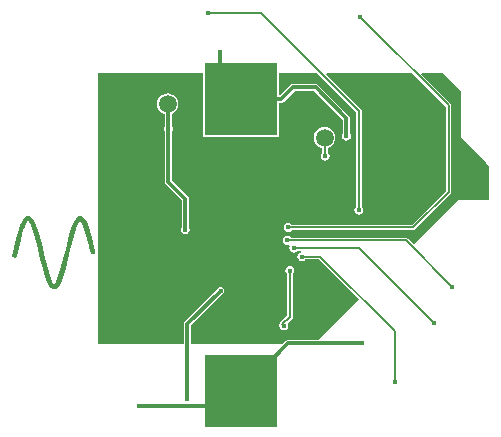
<source format=gbl>
%FSLAX44Y44*%
%MOMM*%
G71*
G01*
G75*
G04 Layer_Physical_Order=2*
G04 Layer_Color=16711680*
%ADD10R,0.6000X0.5000*%
%ADD11R,0.5000X0.6000*%
%ADD12R,0.5000X0.5000*%
%ADD13R,1.4000X1.2000*%
%ADD14R,0.2500X0.5000*%
%ADD15C,1.5000*%
%ADD16R,0.2500X0.4000*%
%ADD17R,0.4000X0.2500*%
%ADD18R,3.2000X3.2000*%
%ADD19R,0.5590X1.1940*%
%ADD20R,0.9000X1.3000*%
%ADD21R,0.6000X1.2000*%
%ADD22R,0.6000X2.0000*%
%ADD23C,4.0000*%
%ADD24C,0.2000*%
%ADD25C,0.1500*%
%ADD26C,0.3000*%
%ADD27C,0.5000*%
%ADD28C,0.4500*%
%ADD29R,6.0700X6.0700*%
G36*
X179250Y124250D02*
Y93750D01*
Y84750D01*
X201000Y63000D01*
X203500Y60500D01*
Y31750D01*
X177000D01*
X139372Y-5878D01*
X134372Y-878D01*
X133628Y-381D01*
X132750Y-206D01*
X35477D01*
X35204Y204D01*
X33963Y1032D01*
X32500Y1323D01*
X31037Y1032D01*
X29796Y204D01*
X28968Y-1037D01*
X28677Y-2500D01*
X28968Y-3963D01*
X29796Y-5204D01*
X31037Y-6032D01*
X32500Y-6323D01*
X33943Y-6036D01*
X34013Y-6085D01*
X34847Y-6970D01*
X34468Y-7537D01*
X34176Y-9000D01*
X34468Y-10463D01*
X35296Y-11703D01*
X36537Y-12532D01*
X38000Y-12823D01*
X39463Y-12532D01*
X40704Y-11703D01*
X40977Y-11294D01*
X43934D01*
X44059Y-12564D01*
X43287Y-12718D01*
X42046Y-13546D01*
X41218Y-14787D01*
X40927Y-16250D01*
X41218Y-17713D01*
X42046Y-18954D01*
X43287Y-19782D01*
X44750Y-20073D01*
X46213Y-19782D01*
X47454Y-18954D01*
X47727Y-18544D01*
X59300D01*
X93003Y-52247D01*
X58559Y-86691D01*
X33250D01*
X33250Y-86691D01*
X32080Y-86924D01*
X31087Y-87587D01*
X31087Y-87587D01*
X28174Y-90500D01*
X-49191D01*
Y-74517D01*
X-21837Y-47163D01*
X-21174Y-46171D01*
X-20941Y-45000D01*
X-21174Y-43829D01*
X-21837Y-42837D01*
X-22829Y-42174D01*
X-24000Y-41941D01*
X-25171Y-42174D01*
X-26163Y-42837D01*
X-54413Y-71087D01*
X-55076Y-72080D01*
X-55309Y-73250D01*
X-55309Y-73250D01*
Y-90500D01*
X-126602D01*
X-127500Y-89602D01*
X-127500Y-12957D01*
X-127597Y-9355D01*
X-127500Y-6500D01*
Y139500D01*
X-38600D01*
Y85000D01*
X25100D01*
Y113791D01*
X27100D01*
X27100Y113791D01*
X28271Y114024D01*
X29263Y114687D01*
X38517Y123941D01*
X55233D01*
X79441Y99733D01*
Y87922D01*
X78968Y87213D01*
X78677Y85750D01*
X78968Y84287D01*
X79796Y83046D01*
X81037Y82218D01*
X82500Y81927D01*
X83963Y82218D01*
X85204Y83046D01*
X86032Y84287D01*
X86323Y85750D01*
X86032Y87213D01*
X85559Y87922D01*
Y101000D01*
X85559Y101000D01*
X85326Y102171D01*
X84663Y103163D01*
X84663Y103163D01*
X58663Y129163D01*
X57670Y129826D01*
X56500Y130059D01*
X56500Y130059D01*
X37250D01*
X36079Y129826D01*
X35087Y129163D01*
X35087Y129163D01*
X26370Y120446D01*
X25100Y120972D01*
Y139500D01*
X57756D01*
X90706Y106550D01*
Y26227D01*
X90296Y25954D01*
X89468Y24713D01*
X89177Y23250D01*
X89468Y21787D01*
X90296Y20546D01*
X91537Y19718D01*
X93000Y19427D01*
X94463Y19718D01*
X95704Y20546D01*
X96532Y21787D01*
X96823Y23250D01*
X96532Y24713D01*
X95704Y25954D01*
X95294Y26227D01*
Y107500D01*
X95119Y108378D01*
X94622Y109122D01*
X65418Y138327D01*
X65904Y139500D01*
X138006D01*
X166706Y110800D01*
Y39200D01*
X138300Y10794D01*
X36227D01*
X35954Y11204D01*
X34713Y12032D01*
X33250Y12323D01*
X31787Y12032D01*
X30546Y11204D01*
X29718Y9963D01*
X29427Y8500D01*
X29718Y7037D01*
X30546Y5796D01*
X31787Y4968D01*
X33250Y4677D01*
X34713Y4968D01*
X35954Y5796D01*
X36227Y6206D01*
X139250D01*
X140128Y6381D01*
X140872Y6878D01*
X170622Y36628D01*
X171119Y37372D01*
X171294Y38250D01*
Y111750D01*
X171119Y112628D01*
X170622Y113372D01*
X145668Y138327D01*
X146154Y139500D01*
X164000D01*
X179250Y124250D01*
D02*
G37*
G36*
X-140557Y17467D02*
X-140550D01*
X-139712Y16705D01*
X-139697D01*
X-139097Y15985D01*
X-139077Y15965D01*
X-138139Y14509D01*
Y14492D01*
X-136710Y11508D01*
X-134655Y5571D01*
X-132983Y-338D01*
Y-354D01*
X-130247Y-11323D01*
X-130925Y-12442D01*
X-132712Y-12875D01*
X-134216Y-11954D01*
X-135349Y-7241D01*
X-136848Y-1372D01*
X-138475Y4398D01*
X-139391Y7247D01*
X-140409Y9972D01*
X-140996Y11299D01*
X-141538Y12361D01*
X-141610Y12501D01*
X-142137Y13325D01*
X-142199Y13423D01*
X-142199Y13423D01*
X-142199Y13423D01*
X-142201Y13425D01*
X-142201Y13425D01*
X-142287Y13555D01*
X-142303Y13578D01*
X-142303Y13579D01*
X-142303Y13579D01*
X-142303Y13579D01*
X-142303Y13579D01*
X-142303Y13579D01*
X-142305Y13581D01*
X-142305Y13582D01*
X-142305Y13582D01*
X-142306Y13583D01*
X-142404Y13696D01*
X-142411Y13704D01*
X-142430Y13726D01*
X-142430D01*
X-142522Y13832D01*
X-142526Y13837D01*
X-142548Y13863D01*
X-142549Y13863D01*
X-142574Y13893D01*
X-142576Y13895D01*
X-142583Y13902D01*
X-142583D01*
X-142587Y13907D01*
X-142615Y13939D01*
X-142617Y13942D01*
X-142626Y13952D01*
X-142626Y13952D01*
X-142626Y13953D01*
X-142630Y13957D01*
X-142630Y13957D01*
X-142631Y13958D01*
X-142632Y13959D01*
X-142637Y13965D01*
X-142637Y13965D01*
X-142639Y13967D01*
X-142639Y13967D01*
X-142641Y13969D01*
X-142641Y13970D01*
X-142642Y13971D01*
X-142643Y13972D01*
X-142643Y13972D01*
X-142643Y13973D01*
X-142643Y13973D01*
X-142644D01*
X-142645Y13974D01*
X-142653Y13982D01*
X-142653Y13982D01*
X-142656Y13985D01*
X-142656D01*
X-142658Y13987D01*
X-142666Y13995D01*
X-142670Y13999D01*
X-142670D01*
X-142671Y14000D01*
X-142674Y14003D01*
X-142675Y14003D01*
X-142676Y14005D01*
X-142676Y14005D01*
X-142678Y14008D01*
X-142680Y14009D01*
X-142680D01*
X-142690Y14019D01*
X-142719Y14048D01*
X-142731Y14060D01*
X-142743Y14072D01*
X-142766Y14095D01*
X-142769Y14098D01*
X-142786Y14115D01*
X-142793Y14122D01*
X-142806Y14135D01*
X-142817Y14146D01*
X-142818Y14147D01*
X-142827Y14156D01*
X-142827Y14156D01*
X-142828Y14158D01*
X-142831Y14160D01*
X-142832Y14161D01*
X-142843Y14172D01*
Y14172D01*
X-142845Y14174D01*
X-142848Y14177D01*
X-142848Y14177D01*
X-142848Y14177D01*
X-142850Y14179D01*
Y14179D01*
X-142850Y14179D01*
X-142851Y14180D01*
X-142863Y14192D01*
X-142864Y14193D01*
X-142865Y14194D01*
X-142866Y14195D01*
X-142868Y14197D01*
X-142873Y14202D01*
X-142879Y14208D01*
X-142880Y14209D01*
X-142886Y14215D01*
X-142891Y14220D01*
X-142897Y14226D01*
X-142897Y14226D01*
X-142905Y14234D01*
X-142906Y14235D01*
X-142907Y14236D01*
X-142908Y14237D01*
X-142913Y14242D01*
X-142918Y14247D01*
X-142918Y14247D01*
X-142919Y14248D01*
X-142925Y14254D01*
X-142925D01*
Y14254D01*
X-142925D01*
Y14254D01*
X-142927Y14255D01*
X-142928Y14257D01*
X-142928Y14258D01*
X-142937Y14266D01*
X-142937Y14266D01*
X-142938Y14267D01*
X-142945Y14274D01*
X-143219Y14110D01*
X-143219Y14110D01*
X-143219Y14109D01*
Y14108D01*
X-143219Y14106D01*
X-143219Y14105D01*
Y14091D01*
X-143219Y14090D01*
Y14090D01*
X-143219Y14090D01*
Y14079D01*
X-143219Y14078D01*
X-143219Y14077D01*
Y14067D01*
X-143219Y14066D01*
X-143219Y14065D01*
Y14065D01*
X-143219Y14064D01*
X-143219Y14064D01*
Y14063D01*
X-143219Y14063D01*
X-143219Y14062D01*
Y14062D01*
X-143219Y14062D01*
X-143219Y14061D01*
Y14061D01*
X-143219Y14060D01*
X-143219Y14060D01*
Y14059D01*
X-143219Y14058D01*
X-143219Y14058D01*
Y14057D01*
X-143219Y14057D01*
X-143220Y14056D01*
X-143220Y14056D01*
X-143221Y14056D01*
X-143221Y14055D01*
X-143222Y14054D01*
X-143223Y14053D01*
X-143226Y14049D01*
X-143226Y14049D01*
X-143227Y14047D01*
X-143228Y14047D01*
X-143228Y14046D01*
X-143228Y14046D01*
X-143228Y14046D01*
X-143230Y14044D01*
X-143231Y14042D01*
X-143236Y14036D01*
X-143236Y14036D01*
X-143236Y14035D01*
X-143238Y14034D01*
X-143238Y14033D01*
X-143239Y14032D01*
X-143239Y14032D01*
X-143241Y14030D01*
X-143243Y14027D01*
X-143250Y14018D01*
X-143250Y14018D01*
X-143250Y14018D01*
X-143253Y14014D01*
X-143256Y14011D01*
X-143257Y14009D01*
X-143258Y14008D01*
X-143258Y14008D01*
X-143263Y14002D01*
X-143268Y13996D01*
X-143289Y13969D01*
X-143289Y13969D01*
X-143291Y13966D01*
X-143293Y13964D01*
X-143294Y13963D01*
X-143294Y13962D01*
X-143295Y13962D01*
X-143298Y13958D01*
X-143302Y13952D01*
X-143303Y13951D01*
X-143319Y13931D01*
X-143319Y13931D01*
X-143319Y13931D01*
X-143319Y13931D01*
X-143319Y13931D01*
X-143319Y13931D01*
X-143319Y13931D01*
X-143319Y13931D01*
X-143320Y13930D01*
X-143320D01*
X-143320Y13930D01*
X-143320Y13930D01*
X-143321Y13928D01*
X-143321Y13928D01*
X-143322Y13928D01*
X-143322Y13928D01*
X-143322Y13928D01*
X-143322Y13928D01*
X-143322Y13927D01*
X-143322Y13927D01*
X-143322Y13927D01*
X-143323Y13926D01*
X-143323Y13926D01*
X-143325Y13923D01*
X-143325Y13923D01*
X-143326Y13923D01*
X-143326Y13922D01*
X-143326Y13922D01*
X-143326Y13922D01*
X-143326Y13922D01*
X-143327Y13921D01*
X-143327Y13921D01*
X-143329Y13919D01*
X-143329Y13918D01*
X-143333Y13914D01*
X-143333Y13914D01*
X-143335Y13911D01*
X-143336Y13910D01*
X-143337Y13909D01*
X-143337Y13908D01*
X-143337Y13908D01*
X-143341Y13904D01*
X-143341Y13904D01*
X-143345Y13898D01*
X-143348Y13895D01*
X-143362Y13877D01*
X-143362Y13877D01*
X-143362Y13876D01*
X-143363Y13876D01*
X-143363Y13875D01*
X-143364Y13875D01*
X-143364Y13875D01*
X-143365Y13873D01*
X-143365Y13873D01*
X-143368Y13870D01*
X-143370Y13867D01*
X-143376Y13859D01*
X-143376Y13859D01*
X-143376Y13859D01*
X-143377Y13858D01*
X-143377Y13858D01*
X-143378Y13857D01*
X-143378Y13857D01*
X-143378Y13857D01*
X-143379Y13855D01*
X-143380Y13855D01*
X-143382Y13852D01*
X-143385Y13848D01*
X-143391Y13841D01*
X-143391Y13841D01*
X-143392Y13839D01*
X-143393Y13838D01*
X-143393Y13837D01*
X-143393Y13837D01*
X-143394Y13837D01*
X-143396Y13834D01*
X-143396Y13834D01*
X-143399Y13830D01*
X-143404Y13824D01*
X-143413Y13813D01*
X-143413Y13813D01*
X-143414Y13811D01*
X-143415Y13810D01*
X-143416Y13809D01*
X-143416Y13808D01*
X-143416Y13808D01*
X-143419Y13805D01*
X-143419Y13805D01*
X-143423Y13799D01*
X-143431Y13789D01*
X-143441Y13778D01*
X-143441Y13777D01*
X-143456Y13757D01*
X-143467Y13744D01*
X-143475Y13734D01*
X-143477Y13731D01*
X-143478Y13730D01*
X-143502Y13700D01*
X-143508Y13692D01*
X-143663Y13496D01*
X-143675Y13481D01*
X-143675Y13481D01*
X-143675Y13481D01*
X-143676Y13481D01*
X-143676Y13480D01*
Y13480D01*
X-143676Y13480D01*
X-143676Y13480D01*
X-143676Y13480D01*
X-143676Y13480D01*
X-143676Y13480D01*
X-143677Y13478D01*
X-143679Y13477D01*
X-143714Y13428D01*
X-143788Y13328D01*
X-143791Y13324D01*
X-143791Y13324D01*
X-144192Y12783D01*
X-145673Y9642D01*
X-146692Y6865D01*
X-148421Y1144D01*
X-151420Y-10595D01*
X-155076Y-25422D01*
X-157748Y-34330D01*
Y-34349D01*
X-159536Y-38758D01*
X-160364Y-40286D01*
Y-40303D01*
X-161431Y-41801D01*
Y-41814D01*
X-162138Y-42524D01*
X-163189Y-43242D01*
X-163197Y-43250D01*
X-164624Y-43671D01*
X-164643Y-43671D01*
X-165015Y-43629D01*
X-166181Y-43491D01*
X-166181Y-43491D01*
X-167301Y-42907D01*
X-168213Y-42045D01*
X-168238D01*
X-168979Y-41134D01*
X-169397Y-40586D01*
X-170272Y-39022D01*
X-170289D01*
X-171540Y-36152D01*
Y-36131D01*
X-173526Y-30201D01*
X-174795Y-25426D01*
X-176653Y-18353D01*
X-176678Y-18303D01*
X-179545Y-6479D01*
X-182722Y5161D01*
X-184708Y10686D01*
X-185961Y13090D01*
X-186152Y13350D01*
X-186248Y13481D01*
X-186248Y13481D01*
X-186255Y13491D01*
X-186313Y13562D01*
X-186330Y13583D01*
X-186339Y13595D01*
X-186341Y13598D01*
X-186341Y13598D01*
X-186345Y13602D01*
X-186348Y13606D01*
X-186348Y13606D01*
X-186348Y13607D01*
X-186349Y13607D01*
X-186349Y13607D01*
X-186357Y13618D01*
X-186363Y13625D01*
X-186364Y13626D01*
X-186365Y13628D01*
X-186366Y13629D01*
X-186366Y13629D01*
X-186375Y13640D01*
X-186375Y13640D01*
X-186382Y13648D01*
X-186383Y13649D01*
X-186384Y13652D01*
X-186385Y13652D01*
X-186385Y13652D01*
X-186387Y13655D01*
X-186387Y13655D01*
X-186388Y13656D01*
X-186388Y13656D01*
X-186388Y13656D01*
X-186388Y13656D01*
X-186437Y13718D01*
X-186454Y13738D01*
X-186458Y13744D01*
X-186468Y13757D01*
X-186471Y13760D01*
X-186472Y13761D01*
X-186506Y13803D01*
X-186518Y13819D01*
X-186532Y13837D01*
X-186532Y13837D01*
X-186543Y13850D01*
X-186544Y13851D01*
X-186548Y13857D01*
X-186550Y13858D01*
X-186553Y13862D01*
X-186554Y13863D01*
X-186554Y13863D01*
X-186582Y13899D01*
X-186592Y13911D01*
X-186595Y13915D01*
X-186603Y13925D01*
X-186606Y13929D01*
X-186606Y13929D01*
X-186626Y13953D01*
X-186632Y13961D01*
X-186635Y13964D01*
X-186641Y13972D01*
X-186643Y13975D01*
X-186643Y13975D01*
X-186653Y13988D01*
X-186656Y13991D01*
X-186658Y13993D01*
X-186661Y13998D01*
X-186662Y13999D01*
X-186897Y14208D01*
X-186908Y14217D01*
X-186917Y14225D01*
X-186941Y14247D01*
X-186959Y14262D01*
X-186964Y14267D01*
X-186967Y14270D01*
X-186979Y14281D01*
X-186988Y14274D01*
X-186991Y14271D01*
X-186993Y14270D01*
X-186993Y14270D01*
X-187015Y14252D01*
X-187019Y14249D01*
X-187020Y14248D01*
X-187021Y14247D01*
X-187027Y14242D01*
X-187048Y14226D01*
X-187054Y14220D01*
X-187059Y14217D01*
X-187062Y14214D01*
X-187124Y14165D01*
X-187149Y14145D01*
X-187163Y14134D01*
X-187197Y14106D01*
X-187218Y14083D01*
X-187225Y14076D01*
X-187230Y14070D01*
X-187235Y14065D01*
X-187248Y14051D01*
X-187288Y14007D01*
X-187298Y13996D01*
X-187301Y13993D01*
X-187304Y13989D01*
X-187308Y13985D01*
X-187335Y13956D01*
X-187364Y13924D01*
X-187373Y13914D01*
X-187381Y13905D01*
X-187391Y13894D01*
X-187480Y13798D01*
X-187480D01*
X-187482Y13796D01*
X-187483Y13794D01*
X-187487Y13790D01*
X-187487D01*
X-187493Y13784D01*
X-187500Y13778D01*
X-187501Y13776D01*
X-187502Y13775D01*
X-187503Y13774D01*
X-187506Y13771D01*
X-187512Y13765D01*
X-187514Y13764D01*
X-187515Y13762D01*
X-187516Y13761D01*
X-187521Y13754D01*
X-187526Y13746D01*
X-187532Y13736D01*
X-187532Y13736D01*
X-187532Y13736D01*
X-187533Y13735D01*
X-187534Y13733D01*
X-187539Y13726D01*
X-187546Y13715D01*
X-187552Y13706D01*
X-187552Y13706D01*
X-187553Y13705D01*
X-187554Y13704D01*
X-187557Y13699D01*
X-187563Y13691D01*
X-187566Y13685D01*
X-187566Y13685D01*
X-187569Y13681D01*
X-187573Y13676D01*
X-187588Y13652D01*
X-187631Y13587D01*
X-187631Y13587D01*
X-187635Y13581D01*
X-187640Y13575D01*
X-187693Y13495D01*
X-187722Y13451D01*
X-187722Y13451D01*
X-187813Y13322D01*
X-187813D01*
Y13322D01*
X-188210Y12758D01*
X-188826Y11552D01*
X-189946Y8928D01*
X-190940Y6128D01*
X-192236Y1830D01*
X-193406Y-2543D01*
X-196739Y-16086D01*
X-198254Y-17003D01*
X-200135Y-16535D01*
X-200716Y-15558D01*
X-197275Y-1541D01*
X-194737Y7367D01*
X-193699Y10332D01*
X-192487Y13226D01*
X-192469D01*
X-191632Y14820D01*
Y14836D01*
X-190633Y16259D01*
X-190590Y16345D01*
Y16349D01*
X-189907Y17059D01*
X-189867Y17088D01*
X-189853Y17097D01*
X-188863Y17772D01*
X-187603Y17797D01*
X-185209D01*
X-184625Y17518D01*
X-184596D01*
X-183771Y16793D01*
X-183757Y16780D01*
X-182600Y15275D01*
X-181057Y12293D01*
X-178902Y6360D01*
X-175677Y-5525D01*
X-172781Y-17363D01*
X-169706Y-29051D01*
X-167823Y-34674D01*
X-166676Y-37276D01*
X-166033Y-38432D01*
X-165765Y-38783D01*
Y-38783D01*
X-165765Y-38783D01*
X-165699Y-38869D01*
X-165699Y-38869D01*
X-165691Y-38879D01*
X-165681Y-38894D01*
X-165638Y-38951D01*
X-165632Y-38960D01*
X-165630Y-38962D01*
X-165628Y-38965D01*
X-165628Y-38965D01*
X-165627Y-38967D01*
X-165624Y-38971D01*
X-165624Y-38971D01*
X-165623Y-38972D01*
X-165623Y-38972D01*
X-165623Y-38972D01*
X-165617Y-38981D01*
X-165612Y-38988D01*
X-165611Y-38989D01*
X-165609Y-38990D01*
X-165609Y-38991D01*
X-165609Y-38991D01*
X-165609Y-38991D01*
X-165602Y-39000D01*
X-165600Y-39003D01*
X-165596Y-39009D01*
X-165595Y-39010D01*
X-165593Y-39012D01*
X-165593Y-39013D01*
X-165592Y-39014D01*
X-165592Y-39014D01*
X-165591Y-39015D01*
X-165591Y-39015D01*
X-165591Y-39016D01*
X-165590Y-39016D01*
X-165590Y-39016D01*
X-165590Y-39017D01*
X-165590Y-39017D01*
X-165590Y-39017D01*
X-165589Y-39018D01*
X-165589Y-39018D01*
X-165588Y-39019D01*
X-165588Y-39020D01*
X-165588Y-39020D01*
X-165588Y-39020D01*
X-165588Y-39020D01*
X-165587Y-39020D01*
X-165547Y-39076D01*
X-165531Y-39097D01*
X-165525Y-39104D01*
X-165518Y-39115D01*
X-165515Y-39118D01*
X-165512Y-39122D01*
X-165512Y-39123D01*
X-165485Y-39160D01*
X-165468Y-39182D01*
X-165454Y-39202D01*
X-165448Y-39209D01*
X-165438Y-39223D01*
X-165435Y-39227D01*
X-165431Y-39233D01*
X-165431Y-39233D01*
X-165421Y-39247D01*
X-165418Y-39250D01*
X-165414Y-39256D01*
X-165412Y-39259D01*
X-165408Y-39263D01*
X-165408Y-39264D01*
X-165406Y-39266D01*
X-165406Y-39266D01*
X-165392Y-39286D01*
X-165392Y-39286D01*
X-165384Y-39296D01*
X-165380Y-39302D01*
X-165379Y-39303D01*
X-165377Y-39306D01*
X-165377Y-39306D01*
X-165362Y-39326D01*
X-165357Y-39332D01*
X-165355Y-39336D01*
X-165351Y-39342D01*
X-165349Y-39344D01*
X-165347Y-39346D01*
X-165347Y-39346D01*
X-165341Y-39354D01*
X-165340Y-39357D01*
X-165339Y-39358D01*
X-165337Y-39360D01*
X-165336Y-39361D01*
X-165336Y-39362D01*
X-165136Y-39542D01*
X-165062Y-39608D01*
X-164995Y-39669D01*
X-164994Y-39669D01*
X-164994Y-39669D01*
X-164994Y-39669D01*
X-164994Y-39669D01*
X-164988Y-39664D01*
X-164984Y-39662D01*
X-164980Y-39658D01*
X-164975Y-39655D01*
X-164964Y-39646D01*
X-164953Y-39638D01*
X-164946Y-39633D01*
X-164938Y-39627D01*
X-164930Y-39621D01*
X-164905Y-39602D01*
X-164887Y-39589D01*
X-164876Y-39581D01*
X-164862Y-39570D01*
X-164848Y-39559D01*
X-164802Y-39525D01*
X-164788Y-39511D01*
X-164779Y-39503D01*
X-164768Y-39491D01*
X-164727Y-39451D01*
X-164707Y-39430D01*
X-164695Y-39418D01*
X-164630Y-39353D01*
X-164614Y-39337D01*
X-164609Y-39332D01*
X-164546Y-39269D01*
X-164454Y-39177D01*
X-164454Y-39177D01*
Y-39176D01*
X-164454Y-39170D01*
Y-39160D01*
X-164454Y-39160D01*
X-164454Y-39153D01*
Y-39142D01*
X-164444Y-39130D01*
X-164439Y-39123D01*
X-164430Y-39111D01*
X-164430Y-39111D01*
X-164417Y-39094D01*
X-164407Y-39081D01*
X-164405Y-39078D01*
X-164396Y-39067D01*
X-164396Y-39067D01*
X-164390Y-39059D01*
X-164382Y-39048D01*
X-164379Y-39045D01*
X-164379Y-39045D01*
X-164356Y-39015D01*
X-164316Y-38963D01*
X-164316Y-38963D01*
X-164260Y-38890D01*
X-164248Y-38874D01*
X-164247Y-38874D01*
X-164224Y-38843D01*
X-164224Y-38843D01*
X-164144Y-38726D01*
Y-38726D01*
X-164144D01*
X-163786Y-38200D01*
X-163145Y-37019D01*
X-161540Y-32994D01*
X-158946Y-24400D01*
X-155314Y-9666D01*
X-152267Y2216D01*
X-150465Y8156D01*
X-150465Y8156D01*
Y8156D01*
X-150465Y8156D01*
X-150464Y8157D01*
X-149391Y11120D01*
Y11143D01*
X-147613Y14848D01*
Y14863D01*
X-146884Y15959D01*
X-146656Y16210D01*
X-145850Y17086D01*
X-145810Y17086D01*
Y17121D01*
X-145713Y17192D01*
X-144761Y17797D01*
X-141217D01*
X-140557Y17467D01*
D02*
G37*
%LPC*%
G36*
X-6750Y24059D02*
X-7921Y23826D01*
X-8913Y23163D01*
X-9576Y22171D01*
X-9809Y21000D01*
Y-5183D01*
X-26413Y-21787D01*
X-27076Y-22780D01*
X-27309Y-23950D01*
X-27076Y-25120D01*
X-26413Y-26113D01*
X-25420Y-26776D01*
X-24250Y-27009D01*
X-23080Y-26776D01*
X-22087Y-26113D01*
X-6750Y-10776D01*
X5837Y-23363D01*
X6830Y-24026D01*
X8000Y-24259D01*
X9171Y-24026D01*
X10163Y-23363D01*
X10826Y-22371D01*
X11059Y-21200D01*
X10826Y-20029D01*
X10163Y-19037D01*
X-2424Y-6450D01*
X20613Y16587D01*
X21276Y17579D01*
X21509Y18750D01*
X21276Y19921D01*
X20613Y20913D01*
X19620Y21576D01*
X18450Y21809D01*
X17279Y21576D01*
X16287Y20913D01*
X-2518Y2108D01*
X-3691Y2594D01*
Y21000D01*
X-3924Y22171D01*
X-4587Y23163D01*
X-5580Y23826D01*
X-6750Y24059D01*
D02*
G37*
G36*
X34500Y-24177D02*
X33037Y-24468D01*
X31796Y-25296D01*
X30968Y-26537D01*
X30677Y-28000D01*
X30968Y-29463D01*
X31796Y-30704D01*
X31951Y-30807D01*
Y-66194D01*
X26448Y-71698D01*
X25895Y-72524D01*
X25701Y-73500D01*
X25813Y-74063D01*
X25677Y-74750D01*
X25968Y-76213D01*
X26796Y-77454D01*
X28037Y-78282D01*
X29500Y-78573D01*
X30963Y-78282D01*
X32204Y-77454D01*
X33032Y-76213D01*
X33323Y-74750D01*
X33032Y-73287D01*
X32646Y-72709D01*
X36302Y-69052D01*
X36855Y-68225D01*
X37049Y-67250D01*
Y-30807D01*
X37204Y-30704D01*
X38032Y-29463D01*
X38323Y-28000D01*
X38032Y-26537D01*
X37204Y-25296D01*
X35963Y-24468D01*
X34500Y-24177D01*
D02*
G37*
G36*
X64000Y93578D02*
X61651Y93268D01*
X59461Y92361D01*
X57581Y90919D01*
X56139Y89039D01*
X55232Y86849D01*
X54922Y84500D01*
X55232Y82150D01*
X56139Y79961D01*
X57581Y78081D01*
X59461Y76639D01*
X61651Y75732D01*
X62206Y75659D01*
Y71977D01*
X61796Y71704D01*
X60968Y70463D01*
X60677Y69000D01*
X60968Y67537D01*
X61796Y66296D01*
X63037Y65468D01*
X64500Y65177D01*
X65963Y65468D01*
X67204Y66296D01*
X68032Y67537D01*
X68323Y69000D01*
X68032Y70463D01*
X67204Y71704D01*
X66794Y71977D01*
Y75916D01*
X68539Y76639D01*
X70419Y78081D01*
X71862Y79961D01*
X72768Y82150D01*
X73078Y84500D01*
X72768Y86849D01*
X71862Y89039D01*
X70419Y90919D01*
X68539Y92361D01*
X66350Y93268D01*
X64000Y93578D01*
D02*
G37*
G36*
X-69000Y122078D02*
X-71350Y121768D01*
X-73539Y120862D01*
X-75419Y119419D01*
X-76861Y117539D01*
X-77768Y115350D01*
X-78078Y113000D01*
X-77768Y110651D01*
X-76861Y108461D01*
X-75419Y106581D01*
X-73539Y105139D01*
X-71350Y104232D01*
X-71309Y104226D01*
Y94422D01*
X-71782Y93713D01*
X-72073Y92250D01*
X-71782Y90787D01*
X-71309Y90078D01*
Y47000D01*
X-71309Y47000D01*
X-71076Y45830D01*
X-70413Y44837D01*
X-57059Y31483D01*
Y8922D01*
X-57532Y8213D01*
X-57823Y6750D01*
X-57532Y5287D01*
X-56704Y4046D01*
X-55463Y3218D01*
X-54000Y2927D01*
X-52537Y3218D01*
X-51296Y4046D01*
X-50468Y5287D01*
X-50177Y6750D01*
X-50468Y8213D01*
X-50941Y8922D01*
Y32750D01*
X-50941Y32750D01*
X-51174Y33921D01*
X-51837Y34913D01*
X-51837Y34913D01*
X-65191Y48267D01*
Y90078D01*
X-64718Y90787D01*
X-64427Y92250D01*
X-64718Y93713D01*
X-65191Y94422D01*
Y104836D01*
X-64461Y105139D01*
X-62581Y106581D01*
X-61139Y108461D01*
X-60232Y110651D01*
X-59922Y113000D01*
X-60232Y115350D01*
X-61139Y117539D01*
X-62581Y119419D01*
X-64461Y120862D01*
X-66651Y121768D01*
X-69000Y122078D01*
D02*
G37*
%LPD*%
D15*
X64000Y84500D02*
D03*
X-69000Y113000D02*
D03*
D24*
X34500Y-67250D02*
Y-28000D01*
X28250Y-73500D02*
X34500Y-67250D01*
X28250Y-73500D02*
X29500Y-74750D01*
D25*
X-35000Y190250D02*
X10250D01*
X93000Y107500D01*
Y23250D02*
Y107500D01*
X32500Y-2500D02*
X132750D01*
X172250Y-42000D01*
X38000Y-9000D02*
X93000D01*
X44750Y-16250D02*
X60250D01*
X123250Y-79250D01*
X64000Y84500D02*
X64500Y84000D01*
X33250Y8500D02*
X139250D01*
X169000Y38250D02*
Y111750D01*
X139250Y8500D02*
X169000Y38250D01*
X123250Y-122500D02*
Y-79250D01*
X93000Y-9000D02*
X156500Y-72500D01*
X157000D01*
X94125Y186625D02*
X169000Y111750D01*
X64500Y69000D02*
Y84000D01*
D26*
X33250Y-89750D02*
X95250D01*
X-52250Y-73250D02*
X-24000Y-45000D01*
X-52250Y-137000D02*
Y-73250D01*
X-19500Y-142500D02*
X-6750Y-129750D01*
X-92750Y-142500D02*
X-19500D01*
X-54000Y6750D02*
Y32750D01*
X-68250Y47000D02*
X-54000Y32750D01*
X-68250Y47000D02*
Y92250D01*
Y112250D01*
X-69000Y113000D02*
X-68250Y112250D01*
X-6750Y-6450D02*
Y21000D01*
X-24250Y-23950D02*
X-6750Y-6450D01*
X18450Y18750D01*
X-6750Y-6450D02*
X8000Y-21200D01*
X-24250Y134350D02*
Y157250D01*
Y134350D02*
X-6750Y116850D01*
Y-129750D02*
X33250Y-89750D01*
X82500Y85750D02*
Y101000D01*
X-6750Y116850D02*
X27100D01*
X37250Y127000D01*
X56500D01*
X82500Y101000D01*
D28*
X-132000Y-12000D02*
D03*
X40250Y-53000D02*
D03*
X34500Y-28000D02*
D03*
X95250Y-89750D02*
D03*
X-52250Y-137000D02*
D03*
X29500Y-74750D02*
D03*
X500Y-10500D02*
D03*
X12250D02*
D03*
Y750D02*
D03*
X-11500Y-9750D02*
D03*
X0Y0D02*
D03*
X-92750Y-142500D02*
D03*
X-68250Y92250D02*
D03*
X-54000Y6750D02*
D03*
X93000Y23250D02*
D03*
X-35000Y190250D02*
D03*
X172250Y-42000D02*
D03*
X44750Y-16250D02*
D03*
X38000Y-9000D02*
D03*
X33250Y8500D02*
D03*
X32500Y-2500D02*
D03*
X-11750Y12000D02*
D03*
X0D02*
D03*
X11500D02*
D03*
X-11500Y1500D02*
D03*
X-83500Y32500D02*
D03*
X-120500D02*
D03*
X-116750Y8750D02*
D03*
X-84000Y6750D02*
D03*
X144350Y58230D02*
D03*
X183000Y68750D02*
D03*
X-24250Y157250D02*
D03*
X82500Y85750D02*
D03*
X36250Y46750D02*
D03*
X123250Y-122500D02*
D03*
X157000Y-72500D02*
D03*
X94125Y186625D02*
D03*
X115500Y23250D02*
D03*
X64500Y69000D02*
D03*
X-24000Y-45000D02*
D03*
D29*
X-6750Y-129750D02*
D03*
Y116850D02*
D03*
Y-6450D02*
D03*
M02*

</source>
